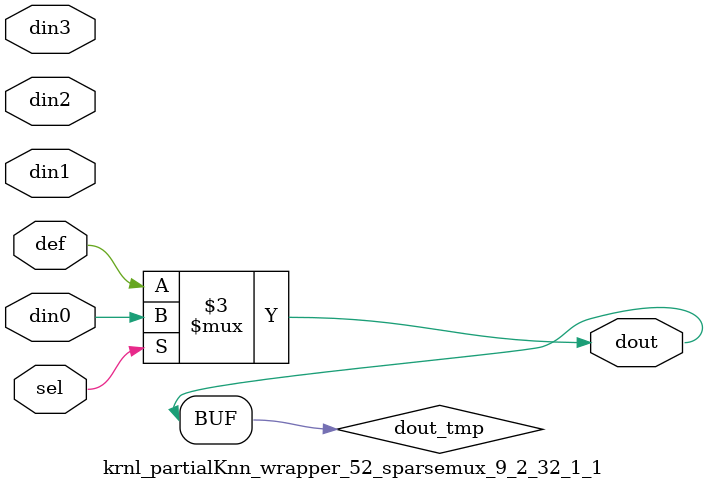
<source format=v>
`timescale 1ns / 1ps

module krnl_partialKnn_wrapper_52_sparsemux_9_2_32_1_1 (din0,din1,din2,din3,def,sel,dout);

parameter din0_WIDTH = 1;

parameter din1_WIDTH = 1;

parameter din2_WIDTH = 1;

parameter din3_WIDTH = 1;

parameter def_WIDTH = 1;
parameter sel_WIDTH = 1;
parameter dout_WIDTH = 1;

parameter [sel_WIDTH-1:0] CASE0 = 1;

parameter [sel_WIDTH-1:0] CASE1 = 1;

parameter [sel_WIDTH-1:0] CASE2 = 1;

parameter [sel_WIDTH-1:0] CASE3 = 1;

parameter ID = 1;
parameter NUM_STAGE = 1;



input [din0_WIDTH-1:0] din0;

input [din1_WIDTH-1:0] din1;

input [din2_WIDTH-1:0] din2;

input [din3_WIDTH-1:0] din3;

input [def_WIDTH-1:0] def;
input [sel_WIDTH-1:0] sel;

output [dout_WIDTH-1:0] dout;



reg [dout_WIDTH-1:0] dout_tmp;

always @ (*) begin
case (sel)
    
    CASE0 : dout_tmp = din0;
    
    CASE1 : dout_tmp = din1;
    
    CASE2 : dout_tmp = din2;
    
    CASE3 : dout_tmp = din3;
    
    default : dout_tmp = def;
endcase
end


assign dout = dout_tmp;



endmodule

</source>
